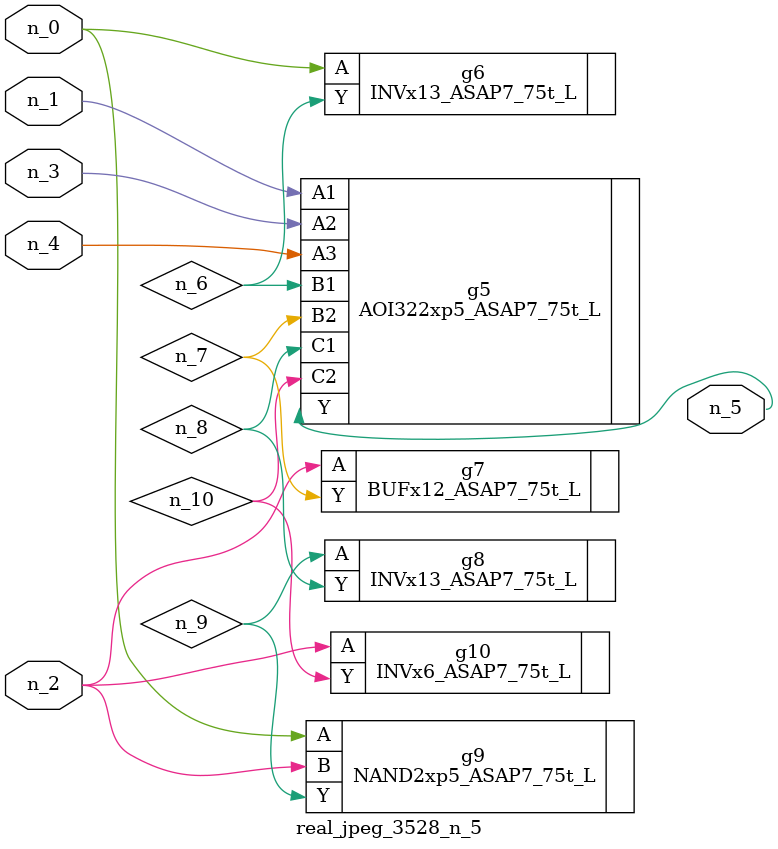
<source format=v>
module real_jpeg_3528_n_5 (n_4, n_0, n_1, n_2, n_3, n_5);

input n_4;
input n_0;
input n_1;
input n_2;
input n_3;

output n_5;

wire n_8;
wire n_6;
wire n_7;
wire n_10;
wire n_9;

INVx13_ASAP7_75t_L g6 ( 
.A(n_0),
.Y(n_6)
);

NAND2xp5_ASAP7_75t_L g9 ( 
.A(n_0),
.B(n_2),
.Y(n_9)
);

AOI322xp5_ASAP7_75t_L g5 ( 
.A1(n_1),
.A2(n_3),
.A3(n_4),
.B1(n_6),
.B2(n_7),
.C1(n_8),
.C2(n_10),
.Y(n_5)
);

BUFx12_ASAP7_75t_L g7 ( 
.A(n_2),
.Y(n_7)
);

INVx6_ASAP7_75t_L g10 ( 
.A(n_2),
.Y(n_10)
);

INVx13_ASAP7_75t_L g8 ( 
.A(n_9),
.Y(n_8)
);


endmodule
</source>
